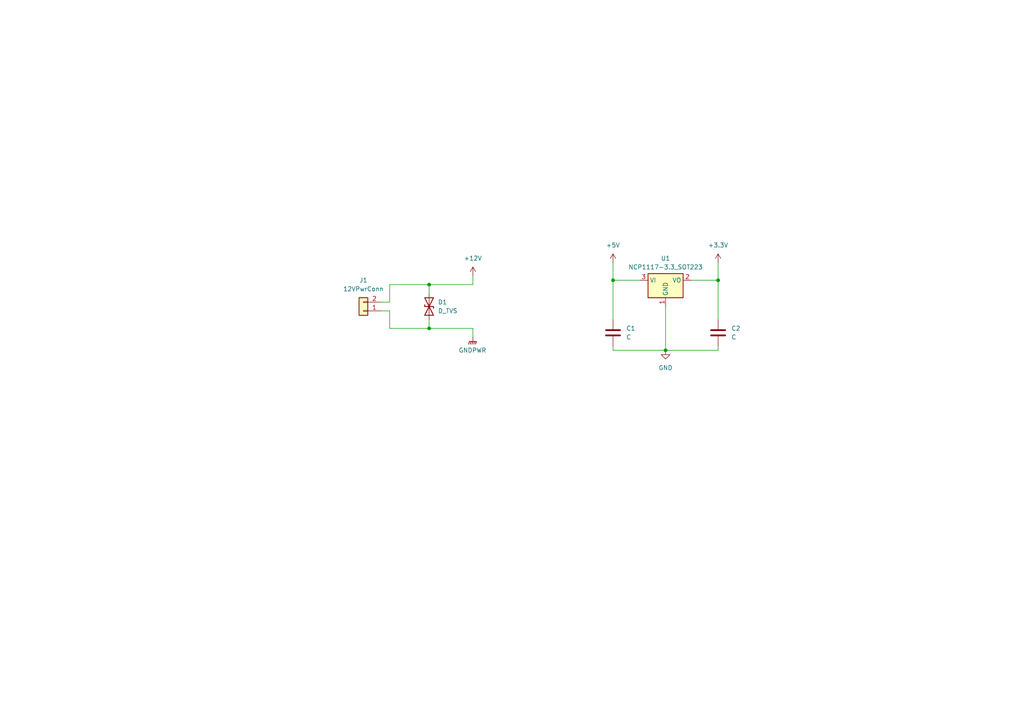
<source format=kicad_sch>
(kicad_sch (version 20230121) (generator eeschema)
  (paper "A4")
  (lib_symbols
    (symbol "Connector_Generic:Conn_01x02" (pin_names (offset 1.016) hide)
      (property "Reference" "J" (at 0 2.54 0))
      (property "Value" "Conn_01x02" (at 0 -5.08 0))
      (symbol "Conn_01x02_1_1"
        (rectangle (start -1.27 -2.413) (end 0 -2.667) (stroke (width 0.1524)))
        (rectangle (start -1.27 0.127) (end 0 -0.127) (stroke (width 0.1524)))
        (rectangle (start -1.27 1.27) (end 1.27 -3.81) (stroke (width 0.254)) (fill (type background)))
        (pin passive line (at -5.08 0 0) (length 3.81) (name "Pin_1") (number "1"))
        (pin passive line (at -5.08 -2.54 0) (length 3.81) (name "Pin_2") (number "2"))
      )
    )
    (symbol "Device:C" (pin_numbers hide) (pin_names (offset 0.254))
      (property "Reference" "C" (at 0.635 2.54 0))
      (property "Value" "C" (at 0.635 -2.54 0))
      (symbol "C_0_1"
        (polyline (pts (xy -2.032 -0.762) (xy 2.032 -0.762)) (stroke (width 0.508)))
        (polyline (pts (xy -2.032 0.762) (xy 2.032 0.762)) (stroke (width 0.508)))
      )
      (symbol "C_1_1"
        (pin passive line (at 0 3.81 270) (length 2.794) (name "~") (number "1"))
        (pin passive line (at 0 -3.81 90) (length 2.794) (name "~") (number "2"))
      )
    )
    (symbol "Device:D_TVS" (pin_numbers hide) (pin_names (offset 1.016) hide)
      (property "Reference" "D" (at 0 2.54 0))
      (property "Value" "D_TVS" (at 0 -2.54 0))
      (symbol "D_TVS_0_1"
        (polyline (pts (xy 1.27 0) (xy -1.27 0)))
        (polyline (pts (xy 0.508 1.27) (xy 0 1.27) (xy 0 -1.27) (xy -0.508 -1.27)) (stroke (width 0.254)))
        (polyline (pts (xy -2.54 1.27) (xy -2.54 -1.27) (xy 2.54 1.27) (xy 2.54 -1.27) (xy -2.54 1.27)) (stroke (width 0.254)))
      )
      (symbol "D_TVS_1_1"
        (pin passive line (at -3.81 0 0) (length 2.54) (name "A1") (number "1"))
        (pin passive line (at 3.81 0 180) (length 2.54) (name "A2") (number "2"))
      )
    )
    (symbol "Regulator_Linear:NCP1117-3.3_SOT223"
      (property "Reference" "U" (at -3.81 3.175 0))
      (property "Value" "NCP1117-3.3_SOT223" (at 0 3.175 0))
      (symbol "NCP1117-3.3_SOT223_0_1"
        (rectangle (start -5.08 -5.08) (end 5.08 1.905) (stroke (width 0.254)) (fill (type background)))
      )
      (symbol "NCP1117-3.3_SOT223_1_1"
        (pin power_in line (at 0 -7.62 90) (length 2.54) (name "GND") (number "1"))
        (pin power_out line (at 7.62 0 180) (length 2.54) (name "VO") (number "2"))
        (pin power_in line (at -7.62 0 0) (length 2.54) (name "VI") (number "3"))
      )
    )
    (symbol "power:+12V" (power) (pin_names (offset 0))
      (property "Value" "+12V" (at 0 3.556 0))
      (symbol "+12V_0_1"
        (polyline (pts (xy -0.762 1.27) (xy 0 2.54)))
        (polyline (pts (xy 0 0) (xy 0 2.54)))
        (polyline (pts (xy 0 2.54) (xy 0.762 1.27)))
      )
      (symbol "+12V_1_1"
        (pin power_in line (at 0 0 90) (length 0) hide (name "+12V") (number "1"))
      )
    )
    (symbol "power:+3.3V" (power) (pin_names (offset 0))
      (property "Value" "+3.3V" (at 0 3.556 0))
      (symbol "+3.3V_0_1"
        (polyline (pts (xy -0.762 1.27) (xy 0 2.54)))
        (polyline (pts (xy 0 0) (xy 0 2.54)))
        (polyline (pts (xy 0 2.54) (xy 0.762 1.27)))
      )
      (symbol "+3.3V_1_1"
        (pin power_in line (at 0 0 90) (length 0) hide (name "+3.3V") (number "1"))
      )
    )
    (symbol "power:+5V" (power) (pin_names (offset 0))
      (property "Value" "+5V" (at 0 3.556 0))
      (symbol "+5V_0_1"
        (polyline (pts (xy -0.762 1.27) (xy 0 2.54)))
        (polyline (pts (xy 0 0) (xy 0 2.54)))
        (polyline (pts (xy 0 2.54) (xy 0.762 1.27)))
      )
      (symbol "+5V_1_1"
        (pin power_in line (at 0 0 90) (length 0) hide (name "+5V") (number "1"))
      )
    )
    (symbol "power:GND" (power) (pin_names (offset 0))
      (property "Value" "GND" (at 0 -3.81 0))
      (symbol "GND_0_1"
        (polyline (pts (xy 0 0) (xy 0 -1.27) (xy 1.27 -1.27) (xy 0 -2.54) (xy -1.27 -1.27) (xy 0 -1.27)))
      )
      (symbol "GND_1_1"
        (pin power_in line (at 0 0 270) (length 0) hide (name "GND") (number "1"))
      )
    )
    (symbol "power:GNDPWR" (power) (pin_names (offset 0))
      (property "Value" "GNDPWR" (at 0 -3.302 0))
      (symbol "GNDPWR_0_1"
        (polyline (pts (xy 0 -1.27) (xy 0 0)))
        (polyline (pts (xy -1.016 -1.27) (xy -1.27 -2.032) (xy -1.27 -2.032)) (stroke (width 0.2032)))
        (polyline (pts (xy -0.508 -1.27) (xy -0.762 -2.032) (xy -0.762 -2.032)) (stroke (width 0.2032)))
        (polyline (pts (xy 0 -1.27) (xy -0.254 -2.032) (xy -0.254 -2.032)) (stroke (width 0.2032)))
        (polyline (pts (xy 0.508 -1.27) (xy 0.254 -2.032) (xy 0.254 -2.032)) (stroke (width 0.2032)))
        (polyline (pts (xy 1.016 -1.27) (xy -1.016 -1.27) (xy -1.016 -1.27)) (stroke (width 0.2032)))
        (polyline (pts (xy 1.016 -1.27) (xy 0.762 -2.032) (xy 0.762 -2.032) (xy 0.762 -2.032)) (stroke (width 0.2032)))
      )
      (symbol "GNDPWR_1_1"
        (pin power_in line (at 0 0 270) (length 0) hide (name "GNDPWR") (number "1"))
      )
    )
  )
  (junction (at 193.04 101.6))
  (junction (at 177.8 81.28))
  (junction (at 124.46 95.25))
  (junction (at 208.28 81.28))
  (junction (at 124.46 82.55))
  (wire (pts (xy 200.66 81.28) (xy 208.28 81.28)))
  (wire (pts (xy 124.46 82.55) (xy 137.16 82.55)))
  (wire (pts (xy 208.28 101.6) (xy 208.28 100.33)))
  (wire (pts (xy 113.03 87.63) (xy 113.03 82.55)))
  (wire (pts (xy 185.42 81.28) (xy 177.8 81.28)))
  (wire (pts (xy 113.03 90.17) (xy 110.49 90.17)))
  (wire (pts (xy 208.28 81.28) (xy 208.28 92.71)))
  (wire (pts (xy 124.46 82.55) (xy 124.46 85.09)))
  (wire (pts (xy 208.28 76.2) (xy 208.28 81.28)))
  (wire (pts (xy 124.46 95.25) (xy 137.16 95.25)))
  (wire (pts (xy 137.16 80.01) (xy 137.16 82.55)))
  (wire (pts (xy 124.46 92.71) (xy 124.46 95.25)))
  (wire (pts (xy 124.46 95.25) (xy 113.03 95.25)))
  (wire (pts (xy 113.03 82.55) (xy 124.46 82.55)))
  (wire (pts (xy 177.8 100.33) (xy 177.8 101.6)))
  (wire (pts (xy 113.03 95.25) (xy 113.03 90.17)))
  (wire (pts (xy 177.8 76.2) (xy 177.8 81.28)))
  (wire (pts (xy 177.8 101.6) (xy 193.04 101.6)))
  (wire (pts (xy 137.16 95.25) (xy 137.16 97.79)))
  (wire (pts (xy 193.04 88.9) (xy 193.04 101.6)))
  (wire (pts (xy 193.04 101.6) (xy 208.28 101.6)))
  (wire (pts (xy 177.8 81.28) (xy 177.8 92.71)))
  (wire (pts (xy 110.49 87.63) (xy 113.03 87.63)))
  (symbol (lib_id "Connector_Generic:Conn_01x02") (at 105.41 90.17 180) (unit 1)
    (property "Reference" "J1" (at 105.41 81.28 0))
    (property "Value" "12VPwrConn" (at 105.41 83.82 0))
  )
  (symbol (lib_id "power:+5V") (at 177.8 76.2 0) (unit 1)
    (property "Reference" "#PWR03" (effects hide))
    (property "Value" "+5V" (at 177.8 71.12 0))
  )
  (symbol (lib_id "Device:C") (at 177.8 96.52 0) (unit 1)
    (property "Reference" "C1" (at 181.61 95.25 0) (effects (justify left)))
    (property "Value" "C" (at 181.61 97.79 0) (effects (justify left)))
  )
  (symbol (lib_id "power:GNDPWR") (at 137.16 97.79 0) (unit 1)
    (property "Reference" "#PWR02" (effects hide))
    (property "Value" "GNDPWR" (at 137.033 101.6 0))
  )
  (symbol (lib_id "power:+12V") (at 137.16 80.01 0) (unit 1)
    (property "Reference" "#PWR01" (effects hide))
    (property "Value" "+12V" (at 137.16 74.93 0))
  )
  (symbol (lib_id "Device:D_TVS") (at 124.46 88.9 90) (unit 1)
    (property "Reference" "D1" (at 127 87.63 90) (effects (justify right)))
    (property "Value" "D_TVS" (at 127 90.17 90) (effects (justify right)))
  )
  (symbol (lib_id "power:GND") (at 193.04 101.6 0) (unit 1)
    (property "Reference" "#PWR04" (effects hide))
    (property "Value" "GND" (at 193.04 106.68 0))
  )
  (symbol (lib_id "power:+3.3V") (at 208.28 76.2 0) (unit 1)
    (property "Reference" "#PWR05" (effects hide))
    (property "Value" "+3.3V" (at 208.28 71.12 0))
  )
  (symbol (lib_id "Device:C") (at 208.28 96.52 0) (unit 1)
    (property "Reference" "C2" (at 212.09 95.25 0) (effects (justify left)))
    (property "Value" "C" (at 212.09 97.79 0) (effects (justify left)))
  )
  (symbol (lib_id "Regulator_Linear:NCP1117-3.3_SOT223") (at 193.04 81.28 0) (unit 1)
    (property "Reference" "U1" (at 193.04 74.93 0))
    (property "Value" "NCP1117-3.3_SOT223" (at 193.04 77.47 0))
    (property "Footprint" "Package_TO_SOT_SMD:SOT-223-3_TabPin2" (effects hide))
    (property "Datasheet" "http://www.onsemi.com/pub_link/Collateral/NCP1117-D.PDF" (effects hide))
  )
)
</source>
